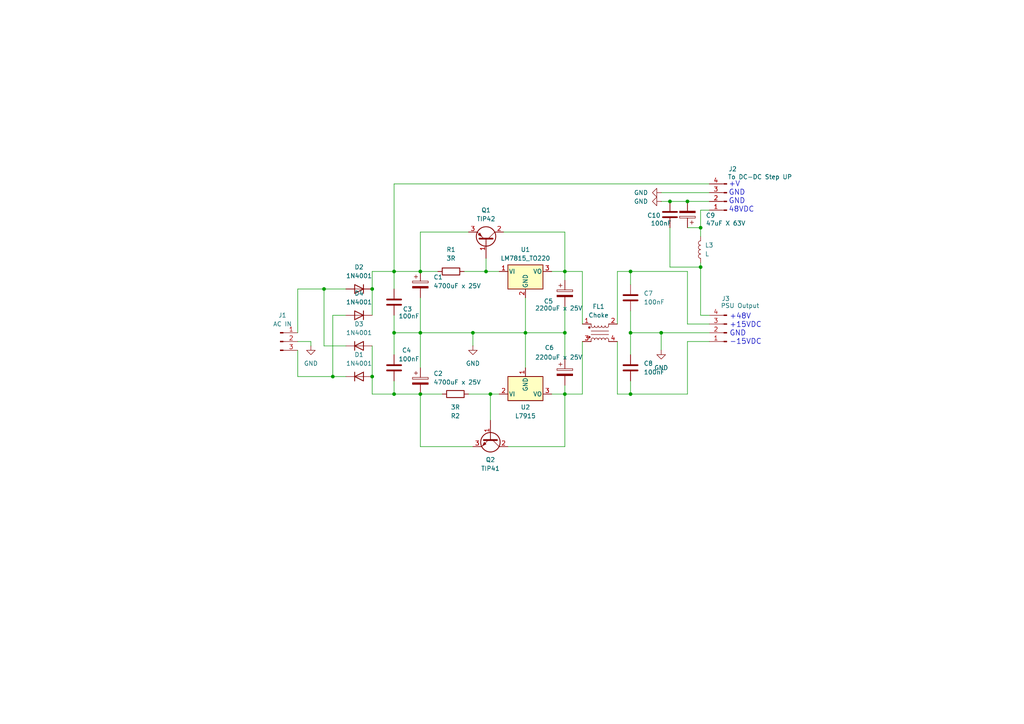
<source format=kicad_sch>
(kicad_sch (version 20231120) (generator "eeschema") (generator_version "8.0")
  (paper "A4")
  (lib_symbols
    (symbol "Connector:Conn_01x03_Pin" (pin_names (offset 1.016) hide)
      (property "Reference" "J" (at 0 5.08 0))
      (property "Value" "Conn_01x03_Pin" (at 0 -5.08 0))
      (symbol "Conn_01x03_Pin_1_1"
        (polyline (pts (xy 1.27 -2.54) (xy 0.8636 -2.54)) (stroke (width 0.1524)))
        (polyline (pts (xy 1.27 0) (xy 0.8636 0)) (stroke (width 0.1524)))
        (polyline (pts (xy 1.27 2.54) (xy 0.8636 2.54)) (stroke (width 0.1524)))
        (rectangle (start 0.8636 -2.413) (end 0 -2.667) (stroke (width 0.1524)) (fill (type outline)))
        (rectangle (start 0.8636 0.127) (end 0 -0.127) (stroke (width 0.1524)) (fill (type outline)))
        (rectangle (start 0.8636 2.667) (end 0 2.413) (stroke (width 0.1524)) (fill (type outline)))
        (pin passive line (at 5.08 2.54 180) (length 3.81) (name "Pin_1") (number "1"))
        (pin passive line (at 5.08 0 180) (length 3.81) (name "Pin_2") (number "2"))
        (pin passive line (at 5.08 -2.54 180) (length 3.81) (name "Pin_3") (number "3"))
      )
    )
    (symbol "Connector:Conn_01x04_Pin" (pin_names (offset 1.016) hide)
      (property "Reference" "J" (at 0 5.08 0))
      (property "Value" "Conn_01x04_Pin" (at 0 -7.62 0))
      (symbol "Conn_01x04_Pin_1_1"
        (polyline (pts (xy 1.27 -5.08) (xy 0.8636 -5.08)) (stroke (width 0.1524)))
        (polyline (pts (xy 1.27 -2.54) (xy 0.8636 -2.54)) (stroke (width 0.1524)))
        (polyline (pts (xy 1.27 0) (xy 0.8636 0)) (stroke (width 0.1524)))
        (polyline (pts (xy 1.27 2.54) (xy 0.8636 2.54)) (stroke (width 0.1524)))
        (rectangle (start 0.8636 -4.953) (end 0 -5.207) (stroke (width 0.1524)) (fill (type outline)))
        (rectangle (start 0.8636 -2.413) (end 0 -2.667) (stroke (width 0.1524)) (fill (type outline)))
        (rectangle (start 0.8636 0.127) (end 0 -0.127) (stroke (width 0.1524)) (fill (type outline)))
        (rectangle (start 0.8636 2.667) (end 0 2.413) (stroke (width 0.1524)) (fill (type outline)))
        (pin passive line (at 5.08 2.54 180) (length 3.81) (name "Pin_1") (number "1"))
        (pin passive line (at 5.08 0 180) (length 3.81) (name "Pin_2") (number "2"))
        (pin passive line (at 5.08 -2.54 180) (length 3.81) (name "Pin_3") (number "3"))
        (pin passive line (at 5.08 -5.08 180) (length 3.81) (name "Pin_4") (number "4"))
      )
    )
    (symbol "Device:C" (pin_numbers hide) (pin_names (offset 0.254))
      (property "Reference" "C" (at 0.635 2.54 0))
      (property "Value" "C" (at 0.635 -2.54 0))
      (symbol "C_0_1"
        (polyline (pts (xy -2.032 -0.762) (xy 2.032 -0.762)) (stroke (width 0.508)))
        (polyline (pts (xy -2.032 0.762) (xy 2.032 0.762)) (stroke (width 0.508)))
      )
      (symbol "C_1_1"
        (pin passive line (at 0 3.81 270) (length 2.794) (name "~") (number "1"))
        (pin passive line (at 0 -3.81 90) (length 2.794) (name "~") (number "2"))
      )
    )
    (symbol "Device:C_Polarized" (pin_numbers hide) (pin_names (offset 0.254))
      (property "Reference" "C" (at 0.635 2.54 0))
      (property "Value" "C_Polarized" (at 0.635 -2.54 0))
      (symbol "C_Polarized_0_1"
        (rectangle (start -2.286 0.508) (end 2.286 1.016))
        (polyline (pts (xy -1.778 2.286) (xy -0.762 2.286)))
        (polyline (pts (xy -1.27 2.794) (xy -1.27 1.778)))
        (rectangle (start 2.286 -0.508) (end -2.286 -1.016) (fill (type outline)))
      )
      (symbol "C_Polarized_1_1"
        (pin passive line (at 0 3.81 270) (length 2.794) (name "~") (number "1"))
        (pin passive line (at 0 -3.81 90) (length 2.794) (name "~") (number "2"))
      )
    )
    (symbol "Device:L" (pin_numbers hide) (pin_names (offset 1.016) hide)
      (property "Reference" "L" (at -1.27 0 90))
      (property "Value" "L" (at 1.905 0 90))
      (symbol "L_0_1"
        (arc (start 0 -2.54) (mid 0.6323 -1.905) (end 0 -1.27))
        (arc (start 0 -1.27) (mid 0.6323 -0.635) (end 0 0))
        (arc (start 0 0) (mid 0.6323 0.635) (end 0 1.27))
        (arc (start 0 1.27) (mid 0.6323 1.905) (end 0 2.54))
      )
      (symbol "L_1_1"
        (pin passive line (at 0 3.81 270) (length 1.27) (name "1") (number "1"))
        (pin passive line (at 0 -3.81 90) (length 1.27) (name "2") (number "2"))
      )
    )
    (symbol "Device:R" (pin_numbers hide) (pin_names (offset 0))
      (property "Reference" "R" (at 2.032 0 90))
      (property "Value" "R" (at 0 0 90))
      (symbol "R_0_1"
        (rectangle (start -1.016 -2.54) (end 1.016 2.54) (stroke (width 0.254)))
      )
      (symbol "R_1_1"
        (pin passive line (at 0 3.81 270) (length 1.27) (name "~") (number "1"))
        (pin passive line (at 0 -3.81 90) (length 1.27) (name "~") (number "2"))
      )
    )
    (symbol "Diode:1N4001" (pin_numbers hide) (pin_names hide)
      (property "Reference" "D" (at 0 2.54 0))
      (property "Value" "1N4001" (at 0 -2.54 0))
      (symbol "1N4001_0_1"
        (polyline (pts (xy -1.27 1.27) (xy -1.27 -1.27)) (stroke (width 0.254)))
        (polyline (pts (xy 1.27 0) (xy -1.27 0)))
        (polyline (pts (xy 1.27 1.27) (xy 1.27 -1.27) (xy -1.27 0) (xy 1.27 1.27)) (stroke (width 0.254)))
      )
      (symbol "1N4001_1_1"
        (pin passive line (at -3.81 0 0) (length 2.54) (name "K") (number "1"))
        (pin passive line (at 3.81 0 180) (length 2.54) (name "A") (number "2"))
      )
    )
    (symbol "Filter:Choke_Schaffner_RN102-0.3-02-12M" (pin_names hide)
      (property "Reference" "FL" (at 0 5.08 0))
      (property "Value" "Choke_Schaffner_RN102-0.3-02-12M" (at 0 -5.08 0))
      (symbol "Choke_Schaffner_RN102-0.3-02-12M_1_1"
        (circle (center -3.048 -1.27) (radius 0.254) (fill (type outline)))
        (circle (center -3.048 1.524) (radius 0.254) (fill (type outline)))
        (arc (start -2.54 2.032) (mid -2.032 1.5262) (end -1.524 2.032))
        (arc (start -1.524 -2.032) (mid -2.032 -1.5262) (end -2.54 -2.032))
        (arc (start -1.524 2.032) (mid -1.016 1.5262) (end -0.508 2.032))
        (arc (start -0.508 -2.032) (mid -1.016 -1.5262) (end -1.524 -2.032))
        (arc (start -0.508 2.032) (mid 0 1.5262) (end 0.508 2.032))
        (polyline (pts (xy -2.54 -2.032) (xy -2.54 -2.54)))
        (polyline (pts (xy -2.54 0.508) (xy 2.54 0.508)))
        (polyline (pts (xy -2.54 2.032) (xy -2.54 2.54)))
        (polyline (pts (xy 2.54 -2.032) (xy 2.54 -2.54)))
        (polyline (pts (xy 2.54 -0.508) (xy -2.54 -0.508)))
        (polyline (pts (xy 2.54 2.54) (xy 2.54 2.032)))
        (arc (start 0.508 -2.032) (mid 0 -1.5262) (end -0.508 -2.032))
        (arc (start 0.508 2.032) (mid 1.016 1.5262) (end 1.524 2.032))
        (arc (start 1.524 -2.032) (mid 1.016 -1.5262) (end 0.508 -2.032))
        (arc (start 1.524 2.032) (mid 2.032 1.5262) (end 2.54 2.032))
        (arc (start 2.54 -2.032) (mid 2.032 -1.5262) (end 1.524 -2.032))
        (pin passive line (at -5.08 2.54 0) (length 2.54) (name "1") (number "1"))
        (pin passive line (at 5.08 2.54 180) (length 2.54) (name "2") (number "2"))
        (pin passive line (at -5.08 -2.54 0) (length 2.54) (name "3") (number "3"))
        (pin passive line (at 5.08 -2.54 180) (length 2.54) (name "4") (number "4"))
      )
    )
    (symbol "Regulator_Linear:L7915" (pin_names (offset 0.254))
      (property "Reference" "U" (at -3.81 -3.175 0))
      (property "Value" "L7915" (at 0 -3.175 0))
      (symbol "L7915_0_1"
        (rectangle (start -5.08 5.08) (end 5.08 -1.905) (stroke (width 0.254)) (fill (type background)))
      )
      (symbol "L7915_1_1"
        (pin power_in line (at 0 7.62 270) (length 2.54) (name "GND") (number "1"))
        (pin power_in line (at -7.62 0 0) (length 2.54) (name "VI") (number "2"))
        (pin power_out line (at 7.62 0 180) (length 2.54) (name "VO") (number "3"))
      )
    )
    (symbol "Regulator_Linear:LM7815_TO220" (pin_names (offset 0.254))
      (property "Reference" "U" (at -3.81 3.175 0))
      (property "Value" "LM7815_TO220" (at 0 3.175 0))
      (symbol "LM7815_TO220_0_1"
        (rectangle (start -5.08 1.905) (end 5.08 -5.08) (stroke (width 0.254)) (fill (type background)))
      )
      (symbol "LM7815_TO220_1_1"
        (pin power_in line (at -7.62 0 0) (length 2.54) (name "VI") (number "1"))
        (pin power_in line (at 0 -7.62 90) (length 2.54) (name "GND") (number "2"))
        (pin power_out line (at 7.62 0 180) (length 2.54) (name "VO") (number "3"))
      )
    )
    (symbol "Transistor_BJT:TIP41" (pin_names (offset 0) hide)
      (property "Reference" "Q" (at 6.35 1.905 0))
      (property "Value" "TIP41" (at 6.35 0 0))
      (symbol "TIP41_0_1"
        (polyline (pts (xy 0.635 0.635) (xy 2.54 2.54)))
        (polyline (pts (xy 0.635 -0.635) (xy 2.54 -2.54) (xy 2.54 -2.54)))
        (polyline (pts (xy 0.635 1.905) (xy 0.635 -1.905) (xy 0.635 -1.905)) (stroke (width 0.508)))
        (polyline (pts (xy 1.27 -1.778) (xy 1.778 -1.27) (xy 2.286 -2.286) (xy 1.27 -1.778) (xy 1.27 -1.778)) (fill (type outline)))
        (circle (center 1.27 0) (radius 2.8194) (stroke (width 0.254)))
      )
      (symbol "TIP41_1_1"
        (pin input line (at -5.08 0 0) (length 5.715) (name "B") (number "1"))
        (pin passive line (at 2.54 5.08 270) (length 2.54) (name "C") (number "2"))
        (pin passive line (at 2.54 -5.08 90) (length 2.54) (name "E") (number "3"))
      )
    )
    (symbol "Transistor_BJT:TIP42" (pin_names (offset 0) hide)
      (property "Reference" "Q" (at 6.35 1.905 0))
      (property "Value" "TIP42" (at 6.35 0 0))
      (symbol "TIP42_0_1"
        (polyline (pts (xy 0.635 0.635) (xy 2.54 2.54)))
        (polyline (pts (xy 0.635 -0.635) (xy 2.54 -2.54) (xy 2.54 -2.54)))
        (polyline (pts (xy 0.635 1.905) (xy 0.635 -1.905) (xy 0.635 -1.905)) (stroke (width 0.508)))
        (polyline (pts (xy 2.286 -1.778) (xy 1.778 -2.286) (xy 1.27 -1.27) (xy 2.286 -1.778) (xy 2.286 -1.778)) (fill (type outline)))
        (circle (center 1.27 0) (radius 2.8194) (stroke (width 0.254)))
      )
      (symbol "TIP42_1_1"
        (pin input line (at -5.08 0 0) (length 5.715) (name "B") (number "1"))
        (pin passive line (at 2.54 5.08 270) (length 2.54) (name "C") (number "2"))
        (pin passive line (at 2.54 -5.08 90) (length 2.54) (name "E") (number "3"))
      )
    )
    (symbol "power:GND" (power) (pin_numbers hide) (pin_names (offset 0) hide)
      (property "Value" "GND" (at 0 -3.81 0))
      (symbol "GND_0_1"
        (polyline (pts (xy 0 0) (xy 0 -1.27) (xy 1.27 -1.27) (xy 0 -2.54) (xy -1.27 -1.27) (xy 0 -1.27)))
      )
      (symbol "GND_1_1"
        (pin power_in line (at 0 0 270) (length 0) (name "~") (number "1"))
      )
    )
  )
  (junction (at 114.3 78.74))
  (junction (at 114.3 114.3))
  (junction (at 163.83 114.3))
  (junction (at 182.88 96.52))
  (junction (at 121.92 78.74))
  (junction (at 107.95 83.82))
  (junction (at 107.95 109.22))
  (junction (at 191.77 96.52))
  (junction (at 203.2 77.47))
  (junction (at 137.16 96.52))
  (junction (at 142.24 114.3))
  (junction (at 182.88 78.74))
  (junction (at 152.4 96.52))
  (junction (at 194.31 58.42))
  (junction (at 203.2 66.04))
  (junction (at 140.97 78.74))
  (junction (at 96.52 109.22))
  (junction (at 93.98 83.82))
  (junction (at 199.39 58.42))
  (junction (at 121.92 96.52))
  (junction (at 182.88 114.3))
  (junction (at 163.83 96.52))
  (junction (at 114.3 96.52))
  (junction (at 163.83 78.74))
  (junction (at 121.92 114.3))
  (wire (pts (xy 140.97 78.74) (xy 144.78 78.74)))
  (wire (pts (xy 182.88 90.17) (xy 182.88 96.52)))
  (wire (pts (xy 86.36 101.6) (xy 86.36 109.22)))
  (wire (pts (xy 179.07 99.06) (xy 179.07 114.3)))
  (wire (pts (xy 199.39 93.98) (xy 205.74 93.98)))
  (wire (pts (xy 163.83 78.74) (xy 160.02 78.74)))
  (wire (pts (xy 142.24 114.3) (xy 144.78 114.3)))
  (wire (pts (xy 140.97 74.93) (xy 140.97 78.74)))
  (wire (pts (xy 121.92 86.36) (xy 121.92 96.52)))
  (wire (pts (xy 182.88 96.52) (xy 182.88 102.87)))
  (wire (pts (xy 160.02 114.3) (xy 163.83 114.3)))
  (wire (pts (xy 114.3 96.52) (xy 114.3 102.87)))
  (wire (pts (xy 137.16 100.33) (xy 137.16 96.52)))
  (wire (pts (xy 137.16 129.54) (xy 121.92 129.54)))
  (wire (pts (xy 194.31 66.04) (xy 194.31 77.47)))
  (wire (pts (xy 168.91 99.06) (xy 168.91 114.3)))
  (wire (pts (xy 135.89 114.3) (xy 142.24 114.3)))
  (wire (pts (xy 107.95 109.22) (xy 107.95 114.3)))
  (wire (pts (xy 163.83 111.76) (xy 163.83 114.3)))
  (wire (pts (xy 114.3 114.3) (xy 107.95 114.3)))
  (wire (pts (xy 114.3 96.52) (xy 121.92 96.52)))
  (wire (pts (xy 121.92 96.52) (xy 121.92 106.68)))
  (wire (pts (xy 191.77 55.88) (xy 205.74 55.88)))
  (wire (pts (xy 182.88 114.3) (xy 199.39 114.3)))
  (wire (pts (xy 199.39 58.42) (xy 205.74 58.42)))
  (wire (pts (xy 152.4 96.52) (xy 152.4 106.68)))
  (wire (pts (xy 121.92 129.54) (xy 121.92 114.3)))
  (wire (pts (xy 194.31 58.42) (xy 199.39 58.42)))
  (wire (pts (xy 107.95 100.33) (xy 107.95 109.22)))
  (wire (pts (xy 179.07 78.74) (xy 182.88 78.74)))
  (wire (pts (xy 100.33 91.44) (xy 96.52 91.44)))
  (wire (pts (xy 134.62 78.74) (xy 140.97 78.74)))
  (wire (pts (xy 96.52 91.44) (xy 96.52 109.22)))
  (wire (pts (xy 199.39 99.06) (xy 205.74 99.06)))
  (wire (pts (xy 168.91 78.74) (xy 163.83 78.74)))
  (wire (pts (xy 152.4 96.52) (xy 137.16 96.52)))
  (wire (pts (xy 121.92 114.3) (xy 114.3 114.3)))
  (wire (pts (xy 163.83 96.52) (xy 152.4 96.52)))
  (wire (pts (xy 152.4 86.36) (xy 152.4 96.52)))
  (wire (pts (xy 121.92 67.31) (xy 121.92 78.74)))
  (wire (pts (xy 107.95 83.82) (xy 107.95 91.44)))
  (wire (pts (xy 179.07 93.98) (xy 179.07 78.74)))
  (wire (pts (xy 107.95 83.82) (xy 107.95 78.74)))
  (wire (pts (xy 135.89 67.31) (xy 121.92 67.31)))
  (wire (pts (xy 107.95 78.74) (xy 114.3 78.74)))
  (wire (pts (xy 121.92 96.52) (xy 137.16 96.52)))
  (wire (pts (xy 90.17 100.33) (xy 90.17 99.06)))
  (wire (pts (xy 191.77 96.52) (xy 191.77 101.6)))
  (wire (pts (xy 86.36 96.52) (xy 86.36 83.82)))
  (wire (pts (xy 203.2 76.2) (xy 203.2 77.47)))
  (wire (pts (xy 199.39 99.06) (xy 199.39 114.3)))
  (wire (pts (xy 163.83 67.31) (xy 163.83 78.74)))
  (wire (pts (xy 179.07 114.3) (xy 182.88 114.3)))
  (wire (pts (xy 199.39 93.98) (xy 199.39 78.74)))
  (wire (pts (xy 182.88 78.74) (xy 199.39 78.74)))
  (wire (pts (xy 163.83 88.9) (xy 163.83 96.52)))
  (wire (pts (xy 194.31 77.47) (xy 203.2 77.47)))
  (wire (pts (xy 114.3 53.34) (xy 114.3 78.74)))
  (wire (pts (xy 182.88 82.55) (xy 182.88 78.74)))
  (wire (pts (xy 96.52 109.22) (xy 100.33 109.22)))
  (wire (pts (xy 191.77 96.52) (xy 205.74 96.52)))
  (wire (pts (xy 182.88 96.52) (xy 191.77 96.52)))
  (wire (pts (xy 147.32 129.54) (xy 163.83 129.54)))
  (wire (pts (xy 142.24 114.3) (xy 142.24 121.92)))
  (wire (pts (xy 86.36 109.22) (xy 96.52 109.22)))
  (wire (pts (xy 114.3 78.74) (xy 121.92 78.74)))
  (wire (pts (xy 86.36 99.06) (xy 90.17 99.06)))
  (wire (pts (xy 163.83 129.54) (xy 163.83 114.3)))
  (wire (pts (xy 203.2 91.44) (xy 205.74 91.44)))
  (wire (pts (xy 114.3 78.74) (xy 114.3 83.82)))
  (wire (pts (xy 163.83 78.74) (xy 163.83 81.28)))
  (wire (pts (xy 203.2 60.96) (xy 205.74 60.96)))
  (wire (pts (xy 121.92 114.3) (xy 128.27 114.3)))
  (wire (pts (xy 146.05 67.31) (xy 163.83 67.31)))
  (wire (pts (xy 203.2 66.04) (xy 203.2 60.96)))
  (wire (pts (xy 168.91 114.3) (xy 163.83 114.3)))
  (wire (pts (xy 168.91 93.98) (xy 168.91 78.74)))
  (wire (pts (xy 114.3 110.49) (xy 114.3 114.3)))
  (wire (pts (xy 205.74 53.34) (xy 114.3 53.34)))
  (wire (pts (xy 191.77 58.42) (xy 194.31 58.42)))
  (wire (pts (xy 93.98 83.82) (xy 100.33 83.82)))
  (wire (pts (xy 121.92 78.74) (xy 127 78.74)))
  (wire (pts (xy 100.33 100.33) (xy 93.98 100.33)))
  (wire (pts (xy 203.2 77.47) (xy 203.2 91.44)))
  (wire (pts (xy 199.39 66.04) (xy 203.2 66.04)))
  (wire (pts (xy 86.36 83.82) (xy 93.98 83.82)))
  (wire (pts (xy 163.83 96.52) (xy 163.83 104.14)))
  (wire (pts (xy 114.3 91.44) (xy 114.3 96.52)))
  (wire (pts (xy 93.98 100.33) (xy 93.98 83.82)))
  (wire (pts (xy 182.88 110.49) (xy 182.88 114.3)))
  (wire (pts (xy 203.2 68.58) (xy 203.2 66.04)))
  (text "+48V\n+15VDC\nGND\n-15VDC\n" (at 211.582 95.504 0) (effects (font (size 1.524 1.524)) (justify left)))
  (text "+V\nGND\nGND\n48VDC" (at 211.328 57.15 0) (effects (font (size 1.524 1.524)) (justify left)))
  (symbol (lib_id "Device:C_Polarized") (at 121.92 82.55 0) (unit 1)
    (property "Reference" "C1" (at 125.73 80.3909 0) (effects (justify left)))
    (property "Value" "4700uF x 25V" (at 125.73 82.9309 0) (effects (justify left)))
    (property "Footprint" "Package_SO:SOIC-8_3.9x4.9mm_P1.27mm" (effects (hide yes)))
    (property "Description" "Polarized capacitor" (effects (hide yes)))
  )
  (symbol (lib_id "Filter:Choke_Schaffner_RN102-0.3-02-12M") (at 173.99 96.52 0) (unit 1)
    (property "Reference" "FL1" (at 173.609 88.9 0))
    (property "Value" "Choke" (at 173.609 91.44 0))
    (property "Footprint" "Inductor_THT:Choke_Schaffner_RN102-04-14.0x14.0mm" (effects (hide yes)))
    (property "Datasheet" "https://www.schaffner.com/products/download/product/datasheet/rn-series-common-mode-chokes-new/" (effects (hide yes)))
    (property "Description" "Common mode choke, 300mA, 300VAC, 12mH, 1.1 ohm, RN-102" (effects (hide yes)))
  )
  (symbol (lib_id "Device:C") (at 194.31 62.23 0) (unit 1)
    (property "Reference" "C10" (at 187.706 62.484 0) (effects (justify left)))
    (property "Value" "100nF" (at 188.722 64.77 0) (effects (justify left)))
    (property "Description" "Unpolarized capacitor" (effects (hide yes)))
  )
  (symbol (lib_id "Regulator_Linear:LM7815_TO220") (at 152.4 78.74 0) (unit 1)
    (property "Reference" "U1" (at 152.4 72.39 0))
    (property "Value" "LM7815_TO220" (at 152.4 74.93 0))
    (property "Footprint" "Package_TO_SOT_THT:TO-220-3_Vertical" (effects (hide yes)))
    (property "Datasheet" "https://www.onsemi.cn/PowerSolutions/document/MC7800-D.PDF" (effects (hide yes)))
    (property "Description" "Positive 1A 35V Linear Regulator, Fixed Output 15V, TO-220" (effects (hide yes)))
  )
  (symbol (lib_id "power:GND") (at 191.77 55.88 270) (unit 1)
    (property "Reference" "#PWR03" (effects (hide yes)))
    (property "Value" "GND" (at 187.96 55.8799 90) (effects (justify right)))
    (property "Description" "Power symbol creates a global label with name \"GND\" , ground" (effects (hide yes)))
  )
  (symbol (lib_id "Device:C") (at 114.3 106.68 0) (unit 1)
    (property "Reference" "C4" (at 116.586 101.6 0) (effects (justify left)))
    (property "Value" "100nF" (at 115.57 104.14 0) (effects (justify left)))
    (property "Description" "Unpolarized capacitor" (effects (hide yes)))
  )
  (symbol (lib_id "Device:R") (at 130.81 78.74 90) (unit 1)
    (property "Reference" "R1" (at 130.81 72.39 90))
    (property "Value" "3R" (at 130.81 74.93 90))
    (property "Description" "Resistor" (effects (hide yes)))
  )
  (symbol (lib_id "Regulator_Linear:L7915") (at 152.4 114.3 0) (unit 1)
    (property "Reference" "U2" (at 152.4 118.11 0))
    (property "Value" "L7915" (at 152.4 120.65 0))
    (property "Datasheet" "http://www.st.com/content/ccc/resource/technical/document/datasheet/c9/16/86/41/c7/2b/45/f2/CD00000450.pdf/files/CD00000450.pdf/jcr:content/translations/en.CD00000450.pdf" (effects (hide yes)))
    (property "Description" "Negative 1.5A 35V Linear Regulator, Fixed Output -15V, TO-220/TO-263" (effects (hide yes)))
  )
  (symbol (lib_id "Connector:Conn_01x04_Pin") (at 210.82 58.42 180) (unit 1)
    (property "Reference" "J2" (at 211.328 49.022 0) (effects (justify right)))
    (property "Value" "To DC-DC Step UP" (at 211.074 51.308 0) (effects (justify right)))
    (property "Description" "Generic connector, single row, 01x04, script generated" (effects (hide yes)))
  )
  (symbol (lib_id "Connector:Conn_01x03_Pin") (at 81.28 99.06 0) (unit 1)
    (property "Reference" "J1" (at 81.915 91.44 0))
    (property "Value" "AC IN" (at 81.915 93.98 0))
    (property "Description" "Generic connector, single row, 01x03, script generated" (effects (hide yes)))
  )
  (symbol (lib_id "Device:C") (at 182.88 106.68 0) (unit 1)
    (property "Reference" "C8" (at 186.69 105.4099 0) (effects (justify left)))
    (property "Value" "100nF" (at 186.69 107.9499 0) (effects (justify left)))
    (property "Description" "Unpolarized capacitor" (effects (hide yes)))
  )
  (symbol (lib_id "Diode:1N4001") (at 104.14 109.22 0) (unit 1)
    (property "Reference" "D1" (at 104.14 102.87 0))
    (property "Value" "1N4001" (at 104.14 105.41 0))
    (property "Footprint" "Diode_THT:D_DO-41_SOD81_P10.16mm_Horizontal" (effects (hide yes)))
    (property "Datasheet" "http://www.vishay.com/docs/88503/1n4001.pdf" (effects (hide yes)))
    (property "Description" "50V 1A General Purpose Rectifier Diode, DO-41" (effects (hide yes)))
    (property "Sim.Device" "D" (effects (hide yes)))
    (property "Sim.Pins" "1=K 2=A" (effects (hide yes)))
  )
  (symbol (lib_id "power:GND") (at 137.16 100.33 0) (unit 1)
    (property "Reference" "#PWR02" (effects (hide yes)))
    (property "Value" "GND" (at 137.16 105.41 0))
    (property "Description" "Power symbol creates a global label with name \"GND\" , ground" (effects (hide yes)))
  )
  (symbol (lib_id "Transistor_BJT:TIP41") (at 142.24 127 270) (unit 1)
    (property "Reference" "Q2" (at 142.24 133.35 90))
    (property "Value" "TIP41" (at 142.24 135.89 90))
    (property "Footprint" "Package_TO_SOT_THT:TO-220-3_Vertical" (effects (hide yes)))
    (property "Datasheet" "https://www.centralsemi.com/get_document.php?cmp=1&mergetype=pd&mergepath=pd&pdf_id=tip41.PDF" (effects (hide yes)))
    (property "Description" "6A Ic, 40V Vce, Power NPN Transistor, TO-220" (effects (hide yes)))
  )
  (symbol (lib_id "Device:C_Polarized") (at 121.92 110.49 0) (unit 1)
    (property "Reference" "C2" (at 125.73 108.3309 0) (effects (justify left)))
    (property "Value" "4700uF x 25V" (at 125.73 110.8709 0) (effects (justify left)))
    (property "Footprint" "Package_SO:SOIC-8_3.9x4.9mm_P1.27mm" (effects (hide yes)))
    (property "Description" "Polarized capacitor" (effects (hide yes)))
  )
  (symbol (lib_id "Connector:Conn_01x04_Pin") (at 210.82 96.52 180) (unit 1)
    (property "Reference" "J3" (at 209.296 86.614 0) (effects (justify right)))
    (property "Value" "PSU Output" (at 209.042 88.646 0) (effects (justify right)))
    (property "Description" "Generic connector, single row, 01x04, script generated" (effects (hide yes)))
  )
  (symbol (lib_id "Device:C") (at 114.3 87.63 0) (unit 1)
    (property "Reference" "C3" (at 116.84 89.662 0) (effects (justify left)))
    (property "Value" "100nF" (at 115.57 91.694 0) (effects (justify left)))
    (property "Description" "Unpolarized capacitor" (effects (hide yes)))
  )
  (symbol (lib_id "Device:C_Polarized") (at 163.83 107.95 0) (unit 1)
    (property "Reference" "C6" (at 157.988 100.838 0) (effects (justify left)))
    (property "Value" "2200uF x 25V" (at 155.194 103.632 0) (effects (justify left)))
    (property "Footprint" "Package_SO:SOIC-8_3.9x4.9mm_P1.27mm" (effects (hide yes)))
    (property "Description" "Polarized capacitor" (effects (hide yes)))
  )
  (symbol (lib_id "Diode:1N4001") (at 104.14 100.33 0) (unit 1)
    (property "Reference" "D3" (at 104.14 93.98 0))
    (property "Value" "1N4001" (at 104.14 96.52 0))
    (property "Footprint" "Diode_THT:D_DO-41_SOD81_P10.16mm_Horizontal" (effects (hide yes)))
    (property "Datasheet" "http://www.vishay.com/docs/88503/1n4001.pdf" (effects (hide yes)))
    (property "Description" "50V 1A General Purpose Rectifier Diode, DO-41" (effects (hide yes)))
    (property "Sim.Device" "D" (effects (hide yes)))
    (property "Sim.Pins" "1=K 2=A" (effects (hide yes)))
  )
  (symbol (lib_id "Device:C_Polarized") (at 163.83 85.09 0) (unit 1)
    (property "Reference" "C5" (at 157.734 87.376 0) (effects (justify left)))
    (property "Value" "2200uF x 25V" (at 155.194 89.408 0) (effects (justify left)))
    (property "Footprint" "Package_SO:SOIC-8_3.9x4.9mm_P1.27mm" (effects (hide yes)))
    (property "Description" "Polarized capacitor" (effects (hide yes)))
  )
  (symbol (lib_id "Transistor_BJT:TIP42") (at 140.97 69.85 270) (mirror x) (unit 1)
    (property "Reference" "Q1" (at 140.97 60.96 90))
    (property "Value" "TIP42" (at 140.97 63.5 90))
    (property "Footprint" "Package_TO_SOT_THT:TO-220-3_Vertical" (effects (hide yes)))
    (property "Datasheet" "https://www.centralsemi.com/get_document.php?cmp=1&mergetype=pd&mergepath=pd&pdf_id=TIP42.PDF" (effects (hide yes)))
    (property "Description" "-6A Ic, -40V Vce, Power PNP Transistor, TO-220" (effects (hide yes)))
  )
  (symbol (lib_id "Diode:1N4001") (at 104.14 83.82 180) (unit 1)
    (property "Reference" "D2" (at 104.14 77.47 0))
    (property "Value" "1N4001" (at 104.14 80.01 0))
    (property "Footprint" "Diode_THT:D_DO-41_SOD81_P10.16mm_Horizontal" (effects (hide yes)))
    (property "Datasheet" "http://www.vishay.com/docs/88503/1n4001.pdf" (effects (hide yes)))
    (property "Description" "50V 1A General Purpose Rectifier Diode, DO-41" (effects (hide yes)))
    (property "Sim.Device" "D" (effects (hide yes)))
    (property "Sim.Pins" "1=K 2=A" (effects (hide yes)))
  )
  (symbol (lib_id "power:GND") (at 90.17 100.33 0) (unit 1)
    (property "Reference" "#PWR01" (effects (hide yes)))
    (property "Value" "GND" (at 90.17 105.41 0))
    (property "Description" "Power symbol creates a global label with name \"GND\" , ground" (effects (hide yes)))
  )
  (symbol (lib_id "Device:R") (at 132.08 114.3 90) (mirror x) (unit 1)
    (property "Reference" "R2" (at 132.08 120.65 90))
    (property "Value" "3R" (at 132.08 118.11 90))
    (property "Description" "Resistor" (effects (hide yes)))
  )
  (symbol (lib_id "Device:C_Polarized") (at 199.39 62.23 180) (unit 1)
    (property "Reference" "C9" (at 204.724 62.484 0) (effects (justify right)))
    (property "Value" "47uF X 63V" (at 204.724 64.77 0) (effects (justify right)))
    (property "Footprint" "Package_SO:SOIC-8_3.9x4.9mm_P1.27mm" (effects (hide yes)))
    (property "Description" "Polarized capacitor" (effects (hide yes)))
  )
  (symbol (lib_id "Device:C") (at 182.88 86.36 0) (unit 1)
    (property "Reference" "C7" (at 186.69 85.0899 0) (effects (justify left)))
    (property "Value" "100nF" (at 186.69 87.6299 0) (effects (justify left)))
    (property "Description" "Unpolarized capacitor" (effects (hide yes)))
  )
  (symbol (lib_id "power:GND") (at 191.77 101.6 0) (unit 1)
    (property "Reference" "#PWR05" (effects (hide yes)))
    (property "Value" "GND" (at 191.77 106.68 0))
    (property "Description" "Power symbol creates a global label with name \"GND\" , ground" (effects (hide yes)))
  )
  (symbol (lib_id "Diode:1N4001") (at 104.14 91.44 180) (unit 1)
    (property "Reference" "D4" (at 104.14 85.09 0))
    (property "Value" "1N4001" (at 104.14 87.63 0))
    (property "Footprint" "Diode_THT:D_DO-41_SOD81_P10.16mm_Horizontal" (effects (hide yes)))
    (property "Datasheet" "http://www.vishay.com/docs/88503/1n4001.pdf" (effects (hide yes)))
    (property "Description" "50V 1A General Purpose Rectifier Diode, DO-41" (effects (hide yes)))
    (property "Sim.Device" "D" (effects (hide yes)))
    (property "Sim.Pins" "1=K 2=A" (effects (hide yes)))
  )
  (symbol (lib_id "power:GND") (at 191.77 58.42 270) (unit 1)
    (property "Reference" "#PWR04" (effects (hide yes)))
    (property "Value" "GND" (at 187.96 58.4199 90) (effects (justify right)))
    (property "Description" "Power symbol creates a global label with name \"GND\" , ground" (effects (hide yes)))
  )
  (symbol (lib_id "Device:L") (at 203.2 72.39 180) (unit 1)
    (property "Reference" "L3" (at 204.47 71.1199 0) (effects (justify right)))
    (property "Value" "L" (at 204.47 73.6599 0) (effects (justify right)))
    (property "Description" "Inductor" (effects (hide yes)))
  )
)
</source>
